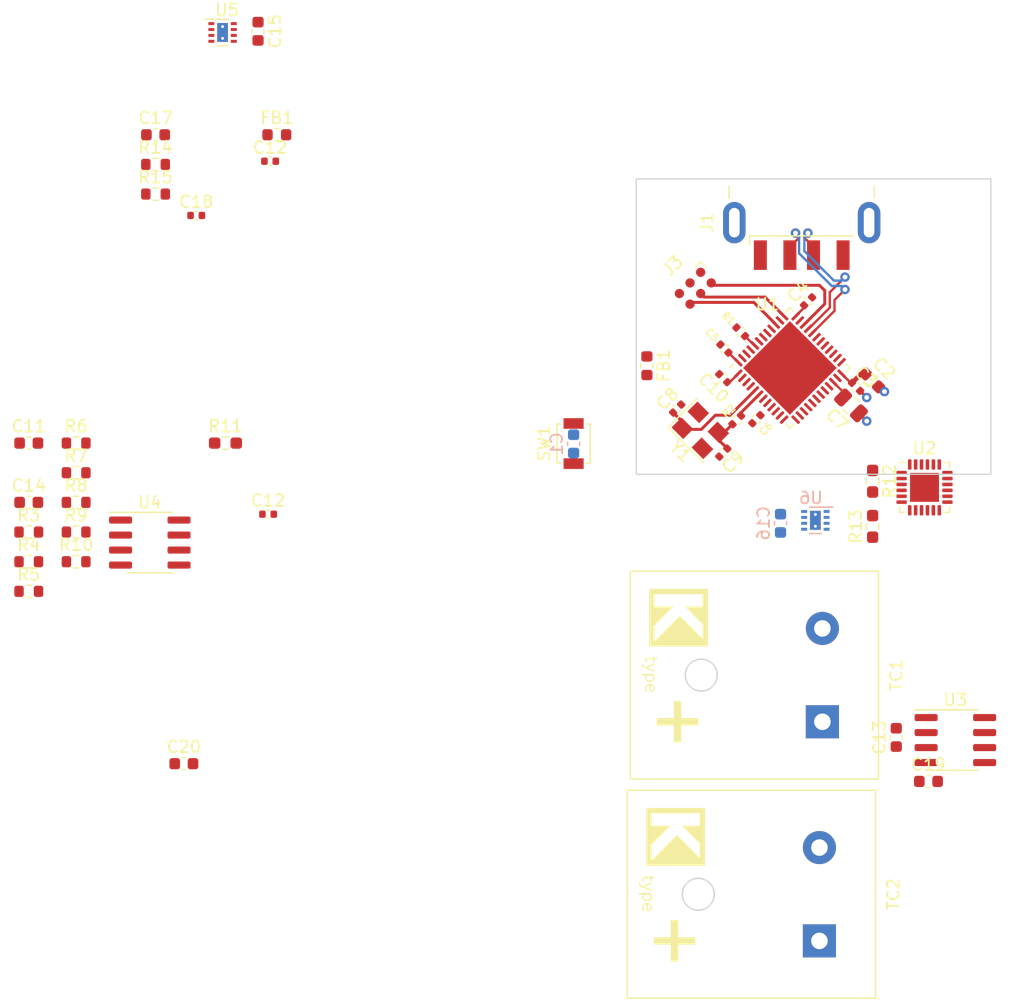
<source format=kicad_pcb>
(kicad_pcb (version 20221018) (generator pcbnew)
  (layers (0 "F.Cu" signal) (1 "In1.Cu" signal) (2 "In2.Cu" signal) (31 "B.Cu" signal) (34 "B.Paste" user) (35 "F.Paste" user) (36 "B.SilkS" user "B.Silkscreen") (37 "F.SilkS" user "F.Silkscreen") (38 "B.Mask" user) (39 "F.Mask" user) (44 "Edge.Cuts" user))
  (net 0 "")
  (net 1 "NRST")
  (net 2 "GND")
  (net 3 "VDD")
  (net 4 "VDDA")
  (net 5 "BOOT0")
  (net 6 "+3.3VA")
  (net 7 "Net-(U1-VCAP1)")
  (net 8 "Net-(U1-PH0)")
  (net 9 "+3.3V")
  (net 10 "Net-(TC1-+)")
  (net 11 "Net-(TC1--)")
  (net 12 "Net-(TC2-+)")
  (net 13 "Net-(TC2--)")
  (net 15 "I2C_SCL")
  (net 17 "Net-(U1-PH1)")
  (net 18 "Net-(J2-DAT2)")
  (net 19 "SDIO_CMD")
  (net 20 "SDIO_CD")
  (net 21 "SDIO_D0")
  (net 22 "Net-(U2-~{INT})")
  (net 23 "Net-(U2-~{RESET})")
  (net 24 "SPI_SCL")
  (net 25 "SPI_SDA")
  (net 26 "SPI_CS_TK0")
  (net 27 "SPI_CS_TK1")
  (net 41 "Net-(C9-Pad1)")
  (net 42 "D-")
  (net 43 "D+")
  (net 48 "SDIO_CK")
  (net 69 "I2C_SDA")
  (net 70 "Net-(U5-ALERT)")
  (net 71 "Net-(U6-ALERT)")
  (net 73 "SWDIO")
  (net 74 "SWCLK")
  (net 75 "SWO")
  (footprint "Capacitor_SMD:C_0402_1005Metric" (layer "F.Cu") (at 88.8525 98.38)
    (fp_text reference "C12" (at 0 -1.16) (layer "F.SilkS"))
    (fp_text value "100nF")
    (pad "1" smd roundrect (at -0.48 0) (size 0.56 0.62) (layers "F.Cu" "F.Paste" "F.Mask") (net 4 "VDDA"))
    (pad "2" smd roundrect (at 0.48 0) (size 0.56 0.62) (layers "F.Cu" "F.Paste" "F.Mask") (net 2 "GND"))
  )
  (footprint "Resistor_SMD:R_0603_1608Metric" (layer "F.Cu") (at 79.33 71.28)
    (fp_text reference "R15" (at 0 -1.43) (layer "F.SilkS"))
    (fp_text value "4.7k")
    (pad "1" smd roundrect (at -0.825 0) (size 0.8 0.95) (layers "F.Cu" "F.Paste" "F.Mask") (net 71 "Net-(U6-ALERT)"))
    (pad "2" smd roundrect (at 0.825 0) (size 0.8 0.95) (layers "F.Cu" "F.Paste" "F.Mask") (net 9 "+3.3V"))
  )
  (footprint "Capacitor_SMD:C_0402_1005Metric" (layer "F.Cu") (at 134.539411 80.360589 45)
    (fp_text reference "C4" (at 0 -1.16 45) (layer "F.SilkS"))
    (fp_text value "100nF")
    (pad "1" smd roundrect (at -0.48 0 45) (size 0.56 0.62) (layers "F.Cu" "F.Paste" "F.Mask") (net 3 "VDD"))
    (pad "2" smd roundrect (at 0.48 0 45) (size 0.56 0.62) (layers "F.Cu" "F.Paste" "F.Mask") (net 2 "GND"))
  )
  (footprint "Capacitor_SMD:C_0603_1608Metric" (layer "F.Cu") (at 68.6025 92.36)
    (fp_text reference "C11" (at 0 -1.43) (layer "F.SilkS"))
    (fp_text value "100nF")
    (pad "1" smd roundrect (at -0.775 0) (size 0.9 0.95) (layers "F.Cu" "F.Paste" "F.Mask") (net 9 "+3.3V"))
    (pad "2" smd roundrect (at 0.775 0) (size 0.9 0.95) (layers "F.Cu" "F.Paste" "F.Mask") (net 2 "GND"))
  )
  (footprint "Capacitor_SMD:C_0402_1005Metric" (layer "F.Cu") (at 127.360589 86.860589 135)
    (fp_text reference "C10" (at 0 -1.16 135) (layer "F.SilkS"))
    (fp_text value "100nF")
    (pad "1" smd roundrect (at -0.48 0 135) (size 0.56 0.62) (layers "F.Cu" "F.Paste" "F.Mask") (net 3 "VDD"))
    (pad "2" smd roundrect (at 0.48 0 135) (size 0.56 0.62) (layers "F.Cu" "F.Paste" "F.Mask") (net 2 "GND"))
  )
  (footprint "Capacitor_SMD:C_0402_1005Metric" (layer "F.Cu") (at 82.77 73.09)
    (fp_text reference "C18" (at 0 -1.16) (layer "F.SilkS"))
    (fp_text value "100nF")
    (pad "1" smd roundrect (at -0.48 0) (size 0.56 0.62) (layers "F.Cu" "F.Paste" "F.Mask") (net 3 "VDD"))
    (pad "2" smd roundrect (at 0.48 0) (size 0.56 0.62) (layers "F.Cu" "F.Paste" "F.Mask") (net 2 "GND"))
  )
  (footprint "Resistor_SMD:R_0603_1608Metric" (layer "F.Cu") (at 68.6025 99.89)
    (fp_text reference "R3" (at 0 -1.43) (layer "F.SilkS"))
    (fp_text value "50k")
    (pad "1" smd roundrect (at -0.825 0) (size 0.8 0.95) (layers "F.Cu" "F.Paste" "F.Mask") (net 9 "+3.3V"))
    (pad "2" smd roundrect (at 0.825 0) (size 0.8 0.95) (layers "F.Cu" "F.Paste" "F.Mask") (net 18 "Net-(J2-DAT2)"))
  )
  (footprint "Capacitor_SMD:C_0402_1005Metric" (layer "F.Cu") (at 89.02 68.5)
    (fp_text reference "C12" (at 0 -1.16) (layer "F.SilkS"))
    (fp_text value "100nF")
    (pad "1" smd roundrect (at -0.48 0) (size 0.56 0.62) (layers "F.Cu" "F.Paste" "F.Mask") (net 4 "VDDA"))
    (pad "2" smd roundrect (at 0.48 0) (size 0.56 0.62) (layers "F.Cu" "F.Paste" "F.Mask") (net 2 "GND"))
  )
  (footprint "Capacitor_SMD:C_0603_1608Metric" (layer "F.Cu") (at 139.951992 87.051992 -45)
    (fp_text reference "C2" (at 0 -1.43 135) (layer "F.SilkS"))
    (fp_text value "10uF")
    (pad "1" smd roundrect (at -0.775 0 315) (size 0.9 0.95) (layers "F.Cu" "F.Paste" "F.Mask") (net 3 "VDD"))
    (pad "2" smd roundrect (at 0.775 0 315) (size 0.9 0.95) (layers "F.Cu" "F.Paste" "F.Mask") (net 2 "GND"))
  )
  (footprint "Resistor_SMD:R_0603_1608Metric_Pad0.98x0.95mm_HandSolder" (layer "F.Cu") (at 140 95.5875 -90)
    (fp_text reference "R12" (at 0 -1.43 90) (layer "F.SilkS"))
    (fp_text value "4.7k")
    (pad "1" smd roundrect (at -0.9125 0 270) (size 0.975 0.95) (layers "F.Cu" "F.Paste" "F.Mask") (net 9 "+3.3V"))
    (pad "2" smd roundrect (at 0.9125 0 270) (size 0.975 0.95) (layers "F.Cu" "F.Paste" "F.Mask") (net 26 "SPI_CS_TK0"))
  )
  (footprint "Capacitor_SMD:C_0603_1608Metric" (layer "F.Cu") (at 142 117.275 90)
    (fp_text reference "C13" (at 0 -1.43 90) (layer "F.SilkS"))
    (fp_text value "10nF")
    (pad "1" smd roundrect (at -0.775 0 90) (size 0.9 0.95) (layers "F.Cu" "F.Paste" "F.Mask") (net 10 "Net-(TC1-+)"))
    (pad "2" smd roundrect (at 0.775 0 90) (size 0.9 0.95) (layers "F.Cu" "F.Paste" "F.Mask") (net 11 "Net-(TC1--)"))
  )
  (footprint "Resistor_SMD:R_0603_1608Metric" (layer "F.Cu") (at 72.6125 97.38)
    (fp_text reference "R8" (at 0 -1.43) (layer "F.SilkS"))
    (fp_text value "4.7k")
    (pad "1" smd roundrect (at -0.825 0) (size 0.8 0.95) (layers "F.Cu" "F.Paste" "F.Mask") (net 9 "+3.3V"))
    (pad "2" smd roundrect (at 0.825 0) (size 0.8 0.95) (layers "F.Cu" "F.Paste" "F.Mask") (net 22 "Net-(U2-~{INT})"))
  )
  (footprint "Capacitor_SMD:C_0805_2012Metric" (layer "F.Cu") (at 138.171751 89.171751 135)
    (fp_text reference "C7" (at 0 -1.68 135) (layer "F.SilkS"))
    (fp_text value "2.2uF")
    (pad "1" smd roundrect (at -0.95 0 135) (size 1 1.45) (layers "F.Cu" "F.Paste" "F.Mask") (net 2 "GND"))
    (pad "2" smd roundrect (at 0.95 0 135) (size 1 1.45) (layers "F.Cu" "F.Paste" "F.Mask") (net 7 "Net-(U1-VCAP1)"))
  )
  (footprint "Package_DFN_QFN:WQFN-24-1EP_4x4mm_P0.5mm_EP2.45x2.45mm" (layer "F.Cu") (at 144.39 96.11)
    (fp_text reference "U2" (at 0 -3.32) (layer "F.SilkS"))
    (fp_text value "PCAL6416")
    (pad "1" smd roundrect (at -1.9375 -1.25) (size 0.875 0.3) (layers "F.Cu" "F.Paste" "F.Mask") (net 22 "Net-(U2-~{INT})"))
    (pad "2" smd roundrect (at -1.9375 -0.75) (size 0.875 0.3) (layers "F.Cu" "F.Paste" "F.Mask") (net 9 "+3.3V"))
    (pad "3" smd roundrect (at -1.9375 -0.25) (size 0.875 0.3) (layers "F.Cu" "F.Paste" "F.Mask") (net 23 "Net-(U2-~{RESET})"))
    (pad "4" smd roundrect (at -1.9375 0.25) (size 0.875 0.3) (layers "F.Cu" "F.Paste" "F.Mask") (net 26 "SPI_CS_TK0"))
    (pad "5" smd roundrect (at -1.9375 0.75) (size 0.875 0.3) (layers "F.Cu" "F.Paste" "F.Mask") (net 27 "SPI_CS_TK1"))
    (pad "6" smd roundrect (at -1.9375 1.25) (size 0.875 0.3) (layers "F.Cu" "F.Paste" "F.Mask"))
    (pad "7" smd roundrect (at -1.25 1.9375) (size 0.3 0.875) (layers "F.Cu" "F.Paste" "F.Mask"))
    (pad "8" smd roundrect (at -0.75 1.9375) (size 0.3 0.875) (layers "F.Cu" "F.Paste" "F.Mask"))
    (pad "9" smd roundrect (at -0.25 1.9375) (size 0.3 0.875) (layers "F.Cu" "F.Paste" "F.Mask"))
    (pad "10" smd roundrect (at 0.25 1.9375) (size 0.3 0.875) (layers "F.Cu" "F.Paste" "F.Mask"))
    (pad "11" smd roundrect (at 0.75 1.9375) (size 0.3 0.875) (layers "F.Cu" "F.Paste" "F.Mask"))
    (pad "12" smd roundrect (at 1.25 1.9375) (size 0.3 0.875) (layers "F.Cu" "F.Paste" "F.Mask") (net 2 "GND"))
    (pad "13" smd roundrect (at 1.9375 1.25) (size 0.875 0.3) (layers "F.Cu" "F.Paste" "F.Mask"))
    (pad "14" smd roundrect (at 1.9375 0.75) (size 0.875 0.3) (layers "F.Cu" "F.Paste" "F.Mask"))
    (pad "15" smd roundrect (at 1.9375 0.25) (size 0.875 0.3) (layers "F.Cu" "F.Paste" "F.Mask"))
    (pad "16" smd roundrect (at 1.9375 -0.25) (size 0.875 0.3) (layers "F.Cu" "F.Paste" "F.Mask"))
    (pad "17" smd roundrect (at 1.9375 -0.75) (size 0.875 0.3) (layers "F.Cu" "F.Paste" "F.Mask"))
    (pad "18" smd roundrect (at 1.9375 -1.25) (size 0.875 0.3) (layers "F.Cu" "F.Paste" "F.Mask"))
    (pad "19" smd roundrect (at 1.25 -1.9375) (size 0.3 0.875) (layers "F.Cu" "F.Paste" "F.Mask"))
    (pad "20" smd roundrect (at 0.75 -1.9375) (size 0.3 0.875) (layers "F.Cu" "F.Paste" "F.Mask"))
    (pad "21" smd roundrect (at 0.25 -1.9375) (size 0.3 0.875) (layers "F.Cu" "F.Paste" "F.Mask") (net 2 "GND"))
    (pad "22" smd roundrect (at -0.25 -1.9375) (size 0.3 0.875) (layers "F.Cu" "F.Paste" "F.Mask") (net 15 "I2C_SCL"))
    (pad "23" smd roundrect (at -0.75 -1.9375) (size 0.3 0.875) (layers "F.Cu" "F.Paste" "F.Mask") (net 69 "I2C_SDA"))
    (pad "24" smd roundrect (at -1.25 -1.9375) (size 0.3 0.875) (layers "F.Cu" "F.Paste" "F.Mask") (net 9 "+3.3V"))
    (pad "25" smd rect (at 0 0) (size 2.45 2.45) (layers "F.Cu" "F.Mask"))
  )
  (footprint "Capacitor_SMD:C_0402_1005Metric" (layer "F.Cu") (at 138.6 87.6 -45)
    (fp_text reference "C3" (at 0 -1.16 135) (layer "F.SilkS"))
    (fp_text value "100nF")
    (pad "1" smd roundrect (at -0.48 0 315) (size 0.56 0.62) (layers "F.Cu" "F.Paste" "F.Mask") (net 3 "VDD"))
    (pad "2" smd roundrect (at 0.48 0 315) (size 0.56 0.62) (layers "F.Cu" "F.Paste" "F.Mask") (net 2 "GND"))
  )
  (footprint "Resistor_SMD:R_0603_1608Metric_Pad0.98x0.95mm_HandSolder" (layer "F.Cu") (at 85.2425 92.36)
    (fp_text reference "R11" (at 0 -1.43) (layer "F.SilkS"))
    (fp_text value "4.7k")
    (pad "1" smd roundrect (at -0.9125 0) (size 0.975 0.95) (layers "F.Cu" "F.Paste" "F.Mask") (net 9 "+3.3V"))
    (pad "2" smd roundrect (at 0.9125 0) (size 0.975 0.95) (layers "F.Cu" "F.Paste" "F.Mask") (net 69 "I2C_SDA"))
  )
  (footprint "Capacitor_SMD:C_0402_1005Metric" (layer "F.Cu") (at 127.363532 93.163532 -135)
    (fp_text reference "C9" (at 0 -1.16 45) (layer "F.SilkS"))
    (fp_text value "24pF")
    (pad "1" smd roundrect (at -0.48 0 225) (size 0.56 0.62) (layers "F.Cu" "F.Paste" "F.Mask") (net 41 "Net-(C9-Pad1)"))
    (pad "2" smd roundrect (at 0.48 0 225) (size 0.56 0.62) (layers "F.Cu" "F.Paste" "F.Mask") (net 2 "GND"))
  )
  (footprint "Capacitor_SMD:C_0603_1608Metric" (layer "F.Cu") (at 88 57.5 -90)
    (fp_text reference "C15" (at 0 -1.43 90) (layer "F.SilkS"))
    (fp_text value "10nF")
    (pad "1" smd roundrect (at -0.775 0 270) (size 0.9 0.95) (layers "F.Cu" "F.Paste" "F.Mask") (net 9 "+3.3V"))
    (pad "2" smd roundrect (at 0.775 0 270) (size 0.9 0.95) (layers "F.Cu" "F.Paste" "F.Mask") (net 2 "GND"))
  )
  (footprint "Capacitor_SMD:C_0603_1608Metric" (layer "F.Cu") (at 144.725 121)
    (fp_text reference "C19" (at 0 -1.43) (layer "F.SilkS"))
    (fp_text value "100nF")
    (pad "1" smd roundrect (at -0.775 0) (size 0.9 0.95) (layers "F.Cu" "F.Paste" "F.Mask") (net 9 "+3.3V"))
    (pad "2" smd roundrect (at 0.775 0) (size 0.9 0.95) (layers "F.Cu" "F.Paste" "F.Mask") (net 2 "GND"))
  )
  (footprint "Package_DFN_QFN:QFN-48-1EP_7x7mm_P0.5mm_EP5.6x5.6mm" (layer "F.Cu") (at 133 86 45)
    (fp_text reference "U1" (at 2.474874 -5.16188) (layer "F.SilkS"))
    (fp_text value "STM32F411CEUx")
    (pad "1" smd roundrect (at -3.4375 -2.75 45) (size 0.875 0.25) (layers "F.Cu" "F.Paste" "F.Mask") (net 9 "+3.3V"))
    (pad "2" smd roundrect (at -3.4375 -2.25 45) (size 0.875 0.25) (layers "F.Cu" "F.Paste" "F.Mask"))
    (pad "3" smd roundrect (at -3.4375 -1.75 45) (size 0.875 0.25) (layers "F.Cu" "F.Paste" "F.Mask"))
    (pad "4" smd roundrect (at -3.4375 -1.25 45) (size 0.875 0.25) (layers "F.Cu" "F.Paste" "F.Mask"))
    (pad "5" smd roundrect (at -3.4375 -0.75 45) (size 0.875 0.25) (layers "F.Cu" "F.Paste" "F.Mask") (net 8 "Net-(U1-PH0)"))
    (pad "6" smd roundrect (at -3.4375 -0.25 45) (size 0.875 0.25) (layers "F.Cu" "F.Paste" "F.Mask") (net 17 "Net-(U1-PH1)"))
    (pad "7" smd roundrect (at -3.4375 0.25 45) (size 0.875 0.25) (layers "F.Cu" "F.Paste" "F.Mask") (net 1 "NRST"))
    (pad "8" smd roundrect (at -3.4375 0.75 45) (size 0.875 0.25) (layers "F.Cu" "F.Paste" "F.Mask") (net 2 "GND"))
    (pad "9" smd roundrect (at -3.4375 1.25 45) (size 0.875 0.25) (layers "F.Cu" "F.Paste" "F.Mask") (net 6 "+3.3VA"))
    (pad "10" smd roundrect (at -3.4375 1.75 45) (size 0.875 0.25) (layers "F.Cu" "F.Paste" "F.Mask"))
    (pad "11" smd roundrect (at -3.4375 2.25 45) (size 0.875 0.25) (layers "F.Cu" "F.Paste" "F.Mask"))
    (pad "12" smd roundrect (at -3.4375 2.75 45) (size 0.875 0.25) (layers "F.Cu" "F.Paste" "F.Mask"))
    (pad "13" smd roundrect (at -2.75 3.4375 45) (size 0.25 0.875) (layers "F.Cu" "F.Paste" "F.Mask"))
    (pad "14" smd roundrect (at -2.25 3.4375 45) (size 0.25 0.875) (layers "F.Cu" "F.Paste" "F.Mask"))
    (pad "15" smd roundrect (at -1.75 3.4375 45) (size 0.25 0.875) (layers "F.Cu" "F.Paste" "F.Mask"))
    (pad "16" smd roundrect (at -1.25 3.4375 45) (size 0.25 0.875) (layers "F.Cu" "F.Paste" "F.Mask") (net 19 "SDIO_CMD"))
    (pad "17" smd roundrect (at -0.75 3.4375 45) (size 0.25 0.875) (layers "F.Cu" "F.Paste" "F.Mask"))
    (pad "18" smd roundrect (at -0.25 3.4375 45) (size 0.25 0.875) (layers "F.Cu" "F.Paste" "F.Mask"))
    (pad "19" smd roundrect (at 0.25 3.4375 45) (size 0.25 0.875) (layers "F.Cu" "F.Paste" "F.Mask"))
    (pad "20" smd roundrect (at 0.75 3.4375 45) (size 0.25 0.875) (layers "F.Cu" "F.Paste" "F.Mask"))
    (pad "21" smd roundrect (at 1.25 3.4375 45) (size 0.25 0.875) (layers "F.Cu" "F.Paste" "F.Mask"))
    (pad "22" smd roundrect (at 1.75 3.4375 45) (size 0.25 0.875) (layers "F.Cu" "F.Paste" "F.Mask") (net 7 "Net-(U1-VCAP1)"))
    (pad "23" smd roundrect (at 2.25 3.4375 45) (size 0.25 0.875) (layers "F.Cu" "F.Paste" "F.Mask") (net 2 "GND"))
    (pad "24" smd roundrect (at 2.75 3.4375 45) (size 0.25 0.875) (layers "F.Cu" "F.Paste" "F.Mask") (net 9 "+3.3V"))
    (pad "25" smd roundrect (at 3.4375 2.75 45) (size 0.875 0.25) (layers "F.Cu" "F.Paste" "F.Mask"))
    (pad "26" smd roundrect (at 3.4375 2.25 45) (size 0.875 0.25) (layers "F.Cu" "F.Paste" "F.Mask"))
    (pad "27" smd roundrect (at 3.4375 1.75 45) (size 0.875 0.25) (layers "F.Cu" "F.Paste" "F.Mask"))
    (pad "28" smd roundrect (at 3.4375 1.25 45) (size 0.875 0.25) (layers "F.Cu" "F.Paste" "F.Mask") (net 48 "SDIO_CK"))
    (pad "29" smd roundrect (at 3.4375 0.75 45) (size 0.875 0.25) (layers "F.Cu" "F.Paste" "F.Mask"))
    (pad "30" smd roundrect (at 3.4375 0.25 45) (size 0.875 0.25) (layers "F.Cu" "F.Paste" "F.Mask"))
    (pad "31" smd roundrect (at 3.4375 -0.25 45) (size 0.875 0.25) (layers "F.Cu" "F.Paste" "F.Mask"))
    (pad "32" smd roundrect (at 3.4375 -0.75 45) (size 0.875 0.25) (layers "F.Cu" "F.Paste" "F.Mask") (net 42 "D-"))
    (pad "33" smd roundrect (at 3.4375 -1.25 45) (size 0.875 0.25) (layers "F.Cu" "F.Paste" "F.Mask") (net 43 "D+"))
    (pad "34" smd roundrect (at 3.4375 -1.75 45) (size 0.875 0.25) (layers "F.Cu" "F.Paste" "F.Mask") (net 73 "SWDIO"))
    (pad "35" smd roundrect (at 3.4375 -2.25 45) (size 0.875 0.25) (layers "F.Cu" "F.Paste" "F.Mask") (net 2 "GND"))
    (pad "36" smd roundrect (at 3.4375 -2.75 45) (size 0.875 0.25) (layers "F.Cu" "F.Paste" "F.Mask") (net 9 "+3.3V"))
    (pad "37" smd roundrect (at 2.75 -3.4375 45) (size 0.25 0.875) (layers "F.Cu" "F.Paste" "F.Mask") (net 74 "SWCLK"))
    (pad "38" smd roundrect (at 2.25 -3.4375 45) (size 0.25 0.875) (layers "F.Cu" "F.Paste" "F.Mask"))
    (pad "39" smd roundrect (at 1.75 -3.4375 45) (size 0.25 0.875) (layers "F.Cu" "F.Paste" "F.Mask") (net 75 "SWO"))
    (pad "40" smd roundrect (at 1.25 -3.4375 45) (size 0.25 0.875) (layers "F.Cu" "F.Paste" "F.Mask"))
    (pad "41" smd roundrect (at 0.75 -3.4375 45) (size 0.25 0.875) (layers "F.Cu" "F.Paste" "F.Mask") (net 20 "SDIO_CD"))
    (pad "42" smd roundrect (at 0.25 -3.4375 45) (size 0.25 0.875) (layers "F.Cu" "F.Paste" "F.Mask"))
    (pad "43" smd roundrect (at -0.25 -3.4375 45) (size 0.25 0.875) (layers "F.Cu" "F.Paste" "F.Mask") (net 21 "SDIO_D0"))
    (pad "44" smd roundrect (at -0.75 -3.4375 45) (size 0.25 0.875) (layers "F.Cu" "F.Paste" "F.Mask") (net 5 "BOOT0"))
    (pad "45" smd roundrect (at -1.25 -3.4375 45) (size 0.25 0.875) (layers "F.Cu" "F.Paste" "F.Mask") (net 15 "I2C_SCL"))
    (pad "46" smd roundrect (at -1.75 -3.4375 45) (size 0.25 0.875) (layers "F.Cu" "F.Paste" "F.Mask") (net 69 "I2C_SDA"))
    (pad "47" smd roundrect (at -2.25 -3.4375 45) (size 0.25 0.875) (layers "F.Cu" "F.Paste" "F.Mask") (net 2 "GND"))
    (pad "48" smd roundrect (at -2.75 -3.4375 45) (size 0.25 0.875) (layers "F.Cu" "F.Paste" "F.Mask") (net 9 "+3.3V"))
    (pad "49" smd rect (at 0 0 45) (size 5.6 5.6) (layers "F.Cu" "F.Mask") (net 2 "GND"))
  )
  (footprint "Package_SON:WSON-8-1EP_2x2mm_P0.5mm_EP0.9x1.6mm_ThermalVias" (layer "F.Cu") (at 85 57.6)
    (fp_text reference "U5" (at 0.38 -1.9) (layer "F.SilkS"))
    (fp_text value "TMP1075DSG")
    (pad "1" smd rect (at -0.95 -0.75) (size 0.5 0.25) (layers "F.Cu" "F.Paste" "F.Mask") (net 69 "I2C_SDA"))
    (pad "2" smd rect (at -0.95 -0.25) (size 0.5 0.25) (layers "F.Cu" "F.Paste" "F.Mask") (net 15 "I2C_SCL"))
    (pad "3" smd rect (at -0.95 0.25) (size 0.5 0.25) (layers "F.Cu" "F.Paste" "F.Mask") (net 70 "Net-(U5-ALERT)"))
    (pad "4" smd rect (at -0.95 0.75) (size 0.5 0.25) (layers "F.Cu" "F.Paste" "F.Mask") (net 2 "GND"))
    (pad "5" smd rect (at 0.95 0.75) (size 0.5 0.25) (layers "F.Cu" "F.Paste" "F.Mask") (net 2 "GND"))
    (pad "6" smd rect (at 0.95 0.25) (size 0.5 0.25) (layers "F.Cu" "F.Paste" "F.Mask") (net 2 "GND"))
    (pad "7" smd rect (at 0.95 -0.25) (size 0.5 0.25) (layers "F.Cu" "F.Paste" "F.Mask") (net 2 "GND"))
    (pad "8" smd rect (at 0.95 -0.75) (size 0.5 0.25) (layers "F.Cu" "F.Paste" "F.Mask") (net 9 "+3.3V"))
    (pad "9" thru_hole circle (at 0 -0.5) (size 0.6 0.6) (drill 0.25) (layers "*.Cu") (net 2 "GND"))
    (pad "9" smd rect (at 0 0) (size 0.9 1.6) (layers "F.Cu" "F.Mask") (net 2 "GND"))
    (pad "9" smd rect (at 0 0) (size 0.9 1.6) (layers "B.Cu") (net 2 "GND"))
    (pad "9" thru_hole circle (at 0 0.5) (size 0.6 0.6) (drill 0.25) (layers "*.Cu") (net 2 "GND"))
  )
  (footprint "Package_SO:SOIC-8_3.9x4.9mm_P1.27mm" (layer "F.Cu") (at 147 117.5)
    (fp_text reference "U3" (at 0 -3.4) (layer "F.SilkS"))
    (fp_text value "MAX31855KASA")
    (pad "1" smd roundrect (at -2.475 -1.905) (size 1.95 0.6) (layers "F.Cu" "F.Paste" "F.Mask") (net 2 "GND"))
    (pad "2" smd roundrect (at -2.475 -0.635) (size 1.95 0.6) (layers "F.Cu" "F.Paste" "F.Mask") (net 11 "Net-(TC1--)"))
    (pad "3" smd roundrect (at -2.475 0.635) (size 1.95 0.6) (layers "F.Cu" "F.Paste" "F.Mask") (net 10 "Net-(TC1-+)"))
    (pad "4" smd roundrect (at -2.475 1.905) (size 1.95 0.6) (layers "F.Cu" "F.Paste" "F.Mask") (net 9 "+3.3V"))
    (pad "5" smd roundrect (at 2.475 1.905) (size 1.95 0.6) (layers "F.Cu" "F.Paste" "F.Mask") (net 24 "SPI_SCL"))
    (pad "6" smd roundrect (at 2.475 0.635) (size 1.95 0.6) (layers "F.Cu" "F.Paste" "F.Mask") (net 26 "SPI_CS_TK0"))
    (pad "7" smd roundrect (at 2.475 -0.635) (size 1.95 0.6) (layers "F.Cu" "F.Paste" "F.Mask") (net 25 "SPI_SDA"))
    (pad "8" smd roundrect (at 2.475 -1.905) (size 1.95 0.6) (layers "F.Cu" "F.Paste" "F.Mask"))
  )
  (footprint "Connector_USB:USB_A_CNCTech_1001-011-01101_Horizontal" (layer "F.Cu") (at 134 66.8 90)
    (fp_text reference "J1" (at -6.9 -8 90) (layer "F.SilkS"))
    (fp_text value "USB_A")
    (pad "" np_thru_hole circle (at -6.9 -2.3 90) (size 1.1 1.1) (drill 1.1) (layers "*.Cu" "*.Mask"))
    (pad "" np_thru_hole circle (at -6.9 2.3 90) (size 1.1 1.1) (drill 1.1) (layers "*.Cu" "*.Mask"))
    (pad "1" smd rect (at -9.65 -3.5 90) (size 2.5 1.1) (layers "F.Cu" "F.Paste" "F.Mask"))
    (pad "2" smd rect (at -9.65 -1 90) (size 2.5 1.1) (layers "F.Cu" "F.Paste" "F.Mask") (net 42 "D-"))
    (pad "3" smd rect (at -9.65 1 90) (size 2.5 1.1) (layers "F.Cu" "F.Paste" "F.Mask") (net 43 "D+"))
    (pad "4" smd rect (at -9.65 3.5 90) (size 2.5 1.1) (layers "F.Cu" "F.Paste" "F.Mask") (net 2 "GND"))
    (pad "5" thru_hole oval (at -6.9 -5.7 90) (size 3.5 1.9) (drill oval 2.5 0.9) (layers "*.Cu" "*.Mask"))
    (pad "5" thru_hole oval (at -6.9 5.7 90) (size 3.5 1.9) (drill oval 2.5 0.9) (layers "*.Cu" "*.Mask"))
  )
  (footprint "Resistor_SMD:R_0603_1608Metric" (layer "F.Cu") (at 72.6125 102.4)
    (fp_text reference "R10" (at 0 -1.43) (layer "F.SilkS"))
    (fp_text value "4.7k")
    (pad "1" smd roundrect (at -0.825 0) (size 0.8 0.95) (layers "F.Cu" "F.Paste" "F.Mask") (net 9 "+3.3V"))
    (pad "2" smd roundrect (at 0.825 0) (size 0.8 0.95) (layers "F.Cu" "F.Paste" "F.Mask") (net 15 "I2C_SCL"))
  )
  (footprint "Capacitor_SMD:C_0402_1005Metric" (layer "F.Cu") (at 123.460589 89.439411 45)
    (fp_text reference "C8" (at 0 -1.16 45) (layer "F.SilkS"))
    (fp_text value "24pF")
    (pad "1" smd roundrect (at -0.48 0 45) (size 0.56 0.62) (layers "F.Cu" "F.Paste" "F.Mask") (net 8 "Net-(U1-PH0)"))
    (pad "2" smd roundrect (at 0.48 0 45) (size 0.56 0.62) (layers "F.Cu" "F.Paste" "F.Mask") (net 2 "GND"))
  )
  (footprint "Resistor_SMD:R_0402_1005Metric" (layer "F.Cu") (at 128.839376 82.939376 135)
    (fp_text reference "R1" (at 1.54061 0.070711 135) (layer "F.SilkS") (effects (font (size 0.6 0.6) (thickness 0.12))))
    (fp_text value "100k")
    (pad "1" smd roundrect (at -0.51 0 135) (size 0.54 0.64) (layers "F.Cu" "F.Paste" "F.Mask") (net 5 "BOOT0"))
    (pad "2" smd roundrect (at 0.51 0 135) (size 0.54 0.64) (layers "F.Cu" "F.Paste" "F.Mask") (net 2 "GND"))
  )
  (footprint "Button_Switch_SMD:SW_SPST_B3U-1000P" (layer "F.Cu") (at 114.7 92.4 90)
    (fp_text reference "SW1" (at 0 -2.5 90) (layer "F.SilkS"))
    (fp_text value "SW_Push")
    (pad "1" smd rect (at -1.7 0 90) (size 0.9 1.7) (layers "F.Cu" "F.Paste" "F.Mask") (net 2 "GND"))
    (pad "2" smd rect (at 1.7 0 90) (size 0.9 1.7) (layers "F.Cu" "F.Paste" "F.Mask") (net 1 "NRST"))
  )
  (footprint "Capacitor_SMD:C_0402_1005Metric" (layer "F.Cu") (at 127.460589 84.360589 135)
    (fp_text reference "C5" (at 1.57061 0.070711 315) (layer "F.SilkS") (effects (font (size 0.6 0.6) (thickness 0.12))))
    (fp_text value "100nF")
    (pad "1" smd roundrect (at -0.48 0 135) (size 0.56 0.62) (layers "F.Cu" "F.Paste" "F.Mask") (net 3 "VDD"))
    (pad "2" smd roundrect (at 0.48 0 135) (size 0.56 0.62) (layers "F.Cu" "F.Paste" "F.Mask") (net 2 "GND"))
  )
  (footprint "Capacitor_SMD:C_0603_1608Metric" (layer "F.Cu") (at 68.6025 97.38)
    (fp_text reference "C14" (at 0 -1.43) (layer "F.SilkS"))
    (fp_text value "10nF")
    (pad "1" smd roundrect (at -0.775 0) (size 0.9 0.95) (layers "F.Cu" "F.Paste" "F.Mask") (net 12 "Net-(TC2-+)"))
    (pad "2" smd roundrect (at 0.775 0) (size 0.9 0.95) (layers "F.Cu" "F.Paste" "F.Mask") (net 13 "Net-(TC2--)"))
  )
  (footprint "ATL:K_Thermocouple_Generic" (layer "F.Cu") (at 129.75 130.55 90)
    (fp_text reference "TC2" (at 0 12 90 unlocked) (layer "F.SilkS"))
    (fp_text value "Thermocouple_1")
    (fp_text user "K" (at 5.2 -6.8 270 unlocked) (layer "F.SilkS" knockout) (effects (font (size 4 4) (thickness 0.4) bold)))
    (fp_text user "+" (at -3.95 -6.4 90 unlocked) (layer "F.SilkS") (effects (font (size 4 4) (thickness 0.6) bold)))
    (fp_text user "type" (at 1.6 -9.4 270 unlocked) (layer "F.SilkS") (effects (justify left bottom)))
    (fp_circle (center 0 -4.5) (end 1.35 -4.5) (stroke (width 0.12)) (fill none) (layer "Edge.Cuts"))
    (pad "1" thru_hole rect (at -3.95 5.75 90) (size 2.8 2.8) (drill 1.4) (layers "*.Cu" "*.Mask") (net 12 "Net-(TC2-+)"))
    (pad "2" thru_hole circle (at 3.95 5.75 90) (size 2.8 2.8) (drill 1.4) (layers "*.Cu" "*.Mask") (net 13 "Net-(TC2--)"))
  )
  (footprint "Inductor_SMD:L_0603_1608Metric" (layer "F.Cu") (at 89.59 66.26)
    (fp_text reference "FB1" (at 0 -1.43) (layer "F.SilkS"))
    (fp_text value "100R")
    (pad "1" smd roundrect (at -0.7875 0) (size 0.875 0.95) (layers "F.Cu" "F.Paste" "F.Mask") (net 9 "+3.3V"))
    (pad "2" smd roundrect (at 0.7875 0) (size 0.875 0.95) (layers "F.Cu" "F.Paste" "F.Mask") (net 6 "+3.3VA"))
  )
  (footprint "Connector:Tag-Connect_TC2030-IDC-NL_2x03_P1.27mm_Vertical" (layer "F.Cu") (at 125 79.25 -135)
    (fp_text reference "J3" (at 0 2.7 45) (layer "F.SilkS"))
    (fp_text value "TC2030")
    (pad "" np_thru_hole circle (at -2.54 0 225) (size 0.9906 0.9906) (drill 0.9906) (layers "*.Cu" "*.Mask"))
    (pad "" np_thru_hole circle (at 2.54 -1.016 225) (size 0.9906 0.9906) (drill 0.9906) (layers "*.Cu" "*.Mask"))
    (pad "" np_thru_hole circle (at 2.54 1.016 225) (size 0.9906 0.9906) (drill 0.9906) (layers "*.Cu" "*.Mask"))
    (pad "1" connect circle (at -1.27 0.635 225) (size 0.7874 0.7874) (layers "F.Cu" "F.Mask"))
    (pad "2" connect circle (at -1.27 -0.635 225) (size 0.7874 0.7874) (layers "F.Cu" "F.Mask") (net 73 "SWDIO"))
    (pad "3" connect circle (at 0 0.635 225) (size 0.7874 0.7874) (layers "F.Cu" "F.Mask") (net 1 "NRST"))
    (pad "4" connect circle (at 0 -0.635 225) (size 0.7874 0.7874) (layers "F.Cu" "F.Mask") (net 74 "SWCLK"))
    (pad "5" connect circle (at 1.27 0.635 225) (size 0.7874 0.7874) (layers "F.Cu" "F.Mask") (net 2 "GND"))
    (pad "6" connect circle (at 1.27 -0.635 225) (size 0.7874 0.7874) (layers "F.Cu" "F.Mask") (net 75 "SWO"))
  )
  (footprint "Capacitor_SMD:C_0402_1005Metric" (layer "F.Cu") (at 130.160589 90.339411 -135)
    (fp_text reference "C6" (at 0 -1.16 45) (layer "F.SilkS") (effects (font (size 0.6 0.6) (thickness 0.12))))
    (fp_text value "100nF")
    (pad "1" smd roundrect (at -0.48 0 225) (size 0.56 0.62) (layers "F.Cu" "F.Paste" "F.Mask") (net 6 "+3.3VA"))
    (pad "2" smd roundrect (at 0.48 0 225) (size 0.56 0.62) (layers "F.Cu" "F.Paste" "F.Mask") (net 2 "GND"))
  )
  (footprint "Resistor_SMD:R_0603_1608Metric" (layer "F.Cu") (at 68.6025 104.91)
    (fp_text reference "R5" (at 0 -1.43) (layer "F.SilkS"))
    (fp_text value "270k")
    (pad "1" smd roundrect (at -0.825 0) (size 0.8 0.95) (layers "F.Cu" "F.Paste" "F.Mask") (net 20 "SDIO_CD"))
    (pad "2" smd roundrect (at 0.825 0) (size 0.8 0.95) (layers "F.Cu" "F.Paste" "F.Mask") (net 2 "GND"))
  )
  (footprint "Capacitor_SMD:C_0603_1608Metric" (layer "F.Cu") (at 81.725 119.5)
    (fp_text reference "C20" (at 0 -1.43) (layer "F.SilkS"))
    (fp_text value "100nF")
    (pad "1" smd roundrect (at -0.775 0) (size 0.9 0.95) (layers "F.Cu" "F.Paste" "F.Mask") (net 9 "+3.3V"))
    (pad "2" smd roundrect (at 0.775 0) (size 0.9 0.95) (layers "F.Cu" "F.Paste" "F.Mask") (net 2 "GND"))
  )
  (footprint "ATL:K_Thermocouple_Generic" (layer "F.Cu") (at 130 112 90)
    (fp_text reference "TC1" (at 0 12 90 unlocked) (layer "F.SilkS"))
    (fp_text value "Thermocouple_0")
    (fp_text user "+" (at -3.95 -6.4 90 unlocked) (layer "F.SilkS") (effects (font (size 4 4) (thickness 0.6) bold)))
    (fp_text user "type" (at 1.6 -9.4 270 unlocked) (layer "F.SilkS") (effects (justify left bottom)))
    (fp_text user "K" (at 5.2 -6.8 270 unlocked) (layer "F.SilkS" knockout) (effects (font (size 4 4) (thickness 0.4) bold)))
    (fp_circle (center 0 -4.5) (end 1.35 -4.5) (stroke (width 0.12)) (fill none) (layer "Edge.Cuts"))
    (pad "1" thru_hole rect (at -3.95 5.75 90) (size 2.8 2.8) (drill 1.4) (layers "*.Cu" "*.Mask") (net 10 "Net-(TC1-+)"))
    (pad "2" thru_hole circle (at 3.95 5.75 90) (size 2.8 2.8) (drill 1.4) (layers "*.Cu" "*.Mask") (net 11 "Net-(TC1--)"))
  )
  (footprint "Inductor_SMD:L_0603_1608Metric" (layer "F.Cu") (at 120.9 85.8125 -90)
    (fp_text reference "FB1" (at 0 -1.43 90) (layer "F.SilkS"))
    (fp_text value "100R")
    (pad "1" smd roundrect (at -0.7875 0 270) (size 0.875 0.95) (layers "F.Cu" "F.Paste" "F.Mask") (net 9 "+3.3V"))
    (pad "2" smd roundrect (at 0.7875 0 270) (size 0.875 0.95) (layers "F.Cu" "F.Paste" "F.Mask") (net 6 "+3.3VA"))
  )
  (footprint "Resistor_SMD:R_0402_1005Metric" (layer "F.Cu") (at 128.5 90.4 -135)
    (fp_text reference "R2" (at -0.055686 0.989949 45) (layer "F.SilkS") (effects (font (size 0.6 0.6) (thickness 0.12))))
    (fp_text value "R_Small_US")
    (pad "1" smd roundrect (at -0.51 0 225) (size 0.54 0.64) (layers "F.Cu" "F.Paste" "F.Mask") (net 17 "Net-(U1-PH1)"))
    (pad "2" smd roundrect (at 0.51 0 225) (size 0.54 0.64) (layers "F.Cu" "F.Paste" "F.Mask") (net 41 "Net-(C9-Pad1)"))
  )
  (footprint "Capacitor_SMD:C_0603_1608Metric" (layer "F.Cu") (at 79.33 66.26)
    (fp_text reference "C17" (at 0 -1.43) (layer "F.SilkS"))
    (fp_text value "10uF")
    (pad "1" smd roundrect (at -0.775 0) (size 0.9 0.95) (layers "F.Cu" "F.Paste" "F.Mask") (net 3 "VDD"))
    (pad "2" smd roundrect (at 0.775 0) (size 0.9 0.95) (layers "F.Cu" "F.Paste" "F.Mask") (net 2 "GND"))
  )
  (footprint "Resistor_SMD:R_0603_1608Metric" (layer "F.Cu") (at 72.6125 92.36)
    (fp_text reference "R6" (at 0 -1.43) (layer "F.SilkS"))
    (fp_text value "50k")
    (pad "1" smd roundrect (at -0.825 0) (size 0.8 0.95) (layers "F.Cu" "F.Paste" "F.Mask") (net 9 "+3.3V"))
    (pad "2" smd roundrect (at 0.825 0) (size 0.8 0.95) (layers "F.Cu" "F.Paste" "F.Mask") (net 21 "SDIO_D0"))
  )
  (footprint "Crystal:Crystal_SMD_SeikoEpson_FA238V-4Pin_3.2x2.5mm" (layer "F.Cu") (at 125.423223 91.27972 -45)
    (fp_text reference "Y1" (at 0.072792 2.444112 -45) (layer "F.SilkS"))
    (fp_text value "25Mhz")
    (pad "1" smd rect (at -1.2 0.95 315) (size 1.4 1.2) (layers "F.Cu" "F.Paste" "F.Mask") (net 8 "Net-(U1-PH0)"))
    (pad "2" smd rect (at 1.2 0.95 315) (size 1.4 1.2) (layers "F.Cu" "F.Paste" "F.Mask") (net 2 "GND"))
    (pad "3" smd rect (at 1.2 -0.95 315) (size 1.4 1.2) (layers "F.Cu" "F.Paste" "F.Mask") (net 41 "Net-(C9-Pad1)"))
    (pad "4" smd rect (at -1.2 -0.95 315) (size 1.4 1.2) (layers "F.Cu" "F.Paste" "F.Mask") (net 2 "GND"))
  )
  (footprint "Package_SO:SOIC-8_3.9x4.9mm_P1.27mm" (layer "F.Cu") (at 78.8425 100.78)
    (fp_text reference "U4" (at 0 -3.4) (layer "F.SilkS"))
    (fp_text value "MAX31855KASA")
    (pad "1" smd roundrect (at -2.475 -1.905) (size 1.95 0.6) (layers "F.Cu" "F.Paste" "F.Mask") (net 2 "GND"))
    (pad "2" smd roundrect (at -2.475 -0.635) (size 1.95 0.6) (layers "F.Cu" "F.Paste" "F.Mask") (net 13 "Net-(TC2--)"))
    (pad "3" smd roundrect (at -2.475 0.635) (size 1.95 0.6) (layers "F.Cu" "F.Paste" "F.Mask") (net 12 "Net-(TC2-+)"))
    (pad "4" smd roundrect (at -2.475 1.905) (size 1.95 0.6) (layers "F.Cu" "F.Paste" "F.Mask") (net 9 "+3.3V"))
    (pad "5" smd roundrect (at 2.475 1.905) (size 1.95 0.6) (layers "F.Cu" "F.Paste" "F.Mask") (net 24 "SPI_SCL"))
    (pad "6" smd roundrect (at 2.475 0.635) (size 1.95 0.6) (layers "F.Cu" "F.Paste" "F.Mask") (net 27 "SPI_CS_TK1"))
    (pad "7" smd roundrect (at 2.475 -0.635) (size 1.95 0.6) (layers "F.Cu" "F.Paste" "F.Mask") (net 25 "SPI_SDA"))
    (pad "8" smd roundrect (at 2.475 -1.905) (size 1.95 0.6) (layers "F.Cu" "F.Paste" "F.Mask"))
  )
  (footprint "Resistor_SMD:R_0603_1608Metric_Pad0.98x0.95mm_HandSolder" (layer "F.Cu") (at 140 99.4125 90)
    (fp_text reference "R13" (at 0 -1.43 90) (layer "F.SilkS"))
    (fp_text value "4.7k")
    (pad "1" smd roundrect (at -0.9125 0 90) (size 0.975 0.95) (layers "F.Cu" "F.Paste" "F.Mask") (net 9 "+3.3V"))
    (pad "2" smd roundrect (at 0.9125 0 90) (size 0.975 0.95) (layers "F.Cu" "F.Paste" "F.Mask") (net 27 "SPI_CS_TK1"))
  )
  (footprint "Resistor_SMD:R_0603_1608Metric" (layer "F.Cu") (at 79.33 68.77)
    (fp_text reference "R14" (at 0 -1.43) (layer "F.SilkS"))
    (fp_text value "4.7k")
    (pad "1" smd roundrect (at -0.825 0) (size 0.8 0.95) (layers "F.Cu" "F.Paste" "F.Mask") (net 70 "Net-(U5-ALERT)"))
    (pad "2" smd roundrect (at 0.825 0) (size 0.8 0.95) (layers "F.Cu" "F.Paste" "F.Mask") (net 9 "+3.3V"))
  )
  (footprint "Resistor_SMD:R_0603_1608Metric" (layer "F.Cu") (at 68.6025 102.4)
    (fp_text reference "R4" (at 0 -1.43) (layer "F.SilkS"))
    (fp_text value "50k")
    (pad "1" smd roundrect (at -0.825 0) (size 0.8 0.95) (layers "F.Cu" "F.Paste" "F.Mask") (net 9 "+3.3V"))
    (pad "2" smd roundrect (at 0.825 0) (size 0.8 0.95) (layers "F.Cu" "F.Paste" "F.Mask") (net 19 "SDIO_CMD"))
  )
  (footprint "Resistor_SMD:R_0603_1608Metric" (layer "F.Cu") (at 72.6125 99.89)
    (fp_text reference "R9" (at 0 -1.43) (layer "F.SilkS"))
    (fp_text value "4.7k")
    (pad "1" smd roundrect (at -0.825 0) (size 0.8 0.95) (layers "F.Cu" "F.Paste" "F.Mask") (net 9 "+3.3V"))
    (pad "2" smd roundrect (at 0.825 0) (size 0.8 0.95) (layers "F.Cu" "F.Paste" "F.Mask") (net 23 "Net-(U2-~{RESET})"))
  )
  (footprint "Resistor_SMD:R_0603_1608Metric" (layer "F.Cu") (at 72.6125 94.87)
    (fp_text reference "R7" (at 0 -1.43) (layer "F.SilkS"))
    (fp_text value "50k")
    (pad "1" smd roundrect (at -0.825 0) (size 0.8 0.95) (layers "F.Cu" "F.Paste" "F.Mask") (net 9 "+3.3V"))
    (pad "2" smd roundrect (at 0.825 0) (size 0.8 0.95) (layers "F.Cu" "F.Paste" "F.Mask") (net 21 "SDIO_D0"))
  )
  (footprint "Package_SON:WSON-8-1EP_2x2mm_P0.5mm_EP0.9x1.6mm_ThermalVias" (layer "B.Cu") (at 135.156666 98.9 180)
    (fp_text reference "U6" (at 0.38 1.9) (layer "B.SilkS") (effects (justify mirror)))
    (fp_text value "TMP1075DSG")
    (pad "1" smd rect (at -0.95 0.75 180) (size 0.5 0.25) (layers "B.Cu" "B.Paste" "B.Mask") (net 69 "I2C_SDA"))
    (pad "2" smd rect (at -0.95 0.25 180) (size 0.5 0.25) (layers "B.Cu" "B.Paste" "B.Mask") (net 15 "I2C_SCL"))
    (pad "3" smd rect (at -0.95 -0.25 180) (size 0.5 0.25) (layers "B.Cu" "B.Paste" "B.Mask") (net 71 "Net-(U6-ALERT)"))
    (pad "4" smd rect (at -0.95 -0.75 180) (size 0.5 0.25) (layers "B.Cu" "B.Paste" "B.Mask") (net 2 "GND"))
    (pad "5" smd rect (at 0.95 -0.75 180) (size 0.5 0.25) (layers "B.Cu" "B.Paste" "B.Mask") (net 2 "GND"))
    (pad "6" smd rect (at 0.95 -0.25 180) (size 0.5 0.25) (layers "B.Cu" "B.Paste" "B.Mask") (net 2 "GND"))
    (pad "7" smd rect (at 0.95 0.25 180) (size 0.5 0.25) (layers "B.Cu" "B.Paste" "B.Mask") (net 9 "+3.3V"))
    (pad "8" smd rect (at 0.95 0.75 180) (size 0.5 0.25) (layers "B.Cu" "B.Paste" "B.Mask") (net 9 "+3.3V"))
    (pad "9" thru_hole circle (at 0 -0.5 180) (size 0.6 0.6) (drill 0.25) (layers "*.Cu") (net 2 "GND"))
    (pad "9" smd rect (at 0 0 180) (size 0.9 1.6) (layers "F.Cu") (net 2 "GND"))
    (pad "9" smd rect (at 0 0 180) (size 0.9 1.6) (layers "B.Cu" "B.Mask") (net 2 "GND"))
    (pad "9" thru_hole circle (at 0 0.5 180) (size 0.6 0.6) (drill 0.25) (layers "*.Cu") (net 2 "GND"))
  )
  (footprint "Capacitor_SMD:C_0603_1608Metric" (layer "B.Cu") (at 114.7 92.425001 -90)
    (fp_text reference "C1" (at 0 1.43 90) (layer "B.SilkS") (effects (justify mirror)))
    (fp_text value "10uF")
    (pad "1" smd roundrect (at -0.775 0 270) (size 0.9 0.95) (layers "B.Cu" "B.Paste" "B.Mask") (net 1 "NRST"))
    (pad "2" smd roundrect (at 0.775 0 270) (size 0.9 0.95) (layers "B.Cu" "B.Paste" "B.Mask") (net 2 "GND"))
  )
  (footprint "Capacitor_SMD:C_0603_1608Metric" (layer "B.Cu") (at 132.206666 99.15 -90)
    (fp_text reference "C16" (at 0 1.43 90) (layer "B.SilkS") (effects (justify mirror)))
    (fp_text value "10nF")
    (pad "1" smd roundrect (at -0.775 0 270) (size 0.9 0.95) (layers "B.Cu" "B.Paste" "B.Mask") (net 9 "+3.3V"))
    (pad "2" smd roundrect (at 0.775 0 270) (size 0.9 0.95) (layers "B.Cu" "B.Paste" "B.Mask") (net 2 "GND"))
  )
  (gr_line (start 120 70) (end 120 95) (stroke (width 0.1)) (layer "Edge.Cuts"))
  (gr_line (start 120 95) (end 150 95) (stroke (width 0.1)) (layer "Edge.Cuts"))
  (gr_line (start 150 70) (end 120 70) (stroke (width 0.1)) (layer "Edge.Cuts"))
  (gr_line (start 150 95) (end 150 70) (stroke (width 0.1)) (layer "Edge.Cuts"))
  (segment (start 140.5 87.6) (end 140.6 87.6) (width 0.25) (layer "F.Cu") (net 2))
  (segment (start 140.6 87.6) (end 141 88) (width 0.25) (layer "F.Cu") (net 2))
  (segment (start 138.939411 87.939411) (end 139.5 88.5) (width 0.25) (layer "F.Cu") (net 2))
  (segment (start 138.843502 89.843502) (end 139.5 90.5) (width 0.25) (layer "F.Cu") (net 2))
  (via (at 139.5 90.5) (size 0.8) (drill 0.4) (layers "F.Cu" "B.Cu") (net 2))
  (via (at 141 88) (size 0.8) (drill 0.4) (layers "F.Cu" "B.Cu") (net 2))
  (via (at 139.5 88.5) (size 0.8) (drill 0.4) (layers "F.Cu" "B.Cu") (net 2))
  (segment (start 128.613864 85.513864) (end 127.8 84.7) (width 0.2) (layer "F.Cu") (net 3))
  (segment (start 134.2 80.9) (end 134.2 80.7) (width 0.2) (layer "F.Cu") (net 3))
  (segment (start 133.486136 81.613864) (end 134.2 80.9) (width 0.2) (layer "F.Cu") (net 3))
  (segment (start 138.149676 87.260589) (end 137.375223 86.486136) (width 0.2) (layer "F.Cu") (net 3))
  (segment (start 127.7 87.2) (end 127.910913 87.2) (width 0.2) (layer "F.Cu") (net 3))
  (segment (start 133.486136 81.624777) (end 133.486136 81.613864) (width 0.2) (layer "F.Cu") (net 3))
  (segment (start 127.910913 87.2) (end 128.624777 86.486136) (width 0.2) (layer "F.Cu") (net 3))
  (segment (start 139.017194 86.503984) (end 138.260589 87.260589) (width 0.4) (layer "F.Cu") (net 3))
  (segment (start 128.624777 85.513864) (end 128.613864 85.513864) (width 0.2) (layer "F.Cu") (net 3))
  (segment (start 138.260589 87.260589) (end 138.149676 87.260589) (width 0.2) (layer "F.Cu") (net 3))
  (segment (start 139.403984 86.503984) (end 139.017194 86.503984) (width 0.4) (layer "F.Cu") (net 3))
  (segment (start 129.999651 84.099651) (end 129.2 83.3) (width 0.2) (layer "F.Cu") (net 5))
  (segment (start 130.03899 84.099651) (end 129.999651 84.099651) (width 0.2) (layer "F.Cu") (net 5))
  (segment (start 137.5 88.5) (end 137.5 88.025127) (width 0.2) (layer "F.Cu") (net 7))
  (segment (start 137.5 88.025127) (end 136.668116 87.193243) (width 0.2) (layer "F.Cu") (net 7))
  (segment (start 124 91.2) (end 123.902943 91.102943) (width 0.25) (layer "F.Cu") (net 8))
  (segment (start 123.902943 91.102943) (end 123.902943 90.560587) (width 0.25) (layer "F.Cu") (net 8))
  (segment (start 123.902943 90.560587) (end 123.121178 89.778822) (width 0.25) (layer "F.Cu") (net 8))
  (segment (start 127.939339 90) (end 126.7 90) (width 0.25) (layer "F.Cu") (net 8))
  (segment (start 125.5 91.2) (end 124 91.2) (width 0.25) (layer "F.Cu") (net 8))
  (segment (start 126.7 90) (end 125.5 91.2) (width 0.25) (layer "F.Cu") (net 8))
  (segment (start 130.03899 87.900349) (end 127.939339 90) (width 0.25) (layer "F.Cu") (net 8))
  (segment (start 128.860624 90.039376) (end 128.860624 89.785823) (width 0.25) (layer "F.Cu") (net 17))
  (segment (start 128.860624 89.785823) (end 130.392544 88.253903) (width 0.25) (layer "F.Cu") (net 17))
  (segment (start 127.443503 91.456497) (end 128.139376 90.760624) (width 0.25) (layer "F.Cu") (net 41))
  (segment (start 126.943503 91.456497) (end 126.943503 92.064681) (width 0.25) (layer "F.Cu") (net 41))
  (segment (start 126.943503 91.456497) (end 127.443503 91.456497) (width 0.25) (layer "F.Cu") (net 41))
  (segment (start 126.943503 92.064681) (end 127.702943 92.824121) (width 0.25) (layer "F.Cu") (net 41))
  (segment (start 133.775 74.975) (end 133.774999 74.878514) (width 0.2) (layer "F.Cu") (net 42))
  (segment (start 136.775 80.246961) (end 136.775 81.164339) (width 0.2) (layer "F.Cu") (net 42))
  (segment (start 136.775 81.164339) (end 134.900349 83.03899) (width 0.2) (layer "F.Cu") (net 42))
  (segment (start 133 75.75) (end 133.775 74.975) (width 0.2) (layer "F.Cu") (net 42))
  (segment (start 133.774999 74.878514) (end 133.475 74.578515) (width 0.2) (layer "F.Cu") (net 42))
  (segment (start 133 76.45) (end 133 75.75) (width 0.2) (layer "F.Cu") (net 42))
  (segment (start 137.66386 79.358101) (end 136.775 80.246961) (width 0.2) (layer "F.Cu") (net 42))
  (via (at 133.475 74.578515) (size 0.8) (drill 0.4) (layers "F.Cu" "B.Cu") (net 42))
  (via (at 137.66386 79.358101) (size 0.8) (drill 0.4) (layers "F.Cu" "B.Cu") (net 42))
  (segment (start 133.475 74.578515) (end 133.774999 74.878514) (width 0.2) (layer "B.Cu") (net 42))
  (segment (start 136.539902 79.058102) (end 137.363861 79.058102) (width 0.2) (layer "B.Cu") (net 42))
  (segment (start 133.774999 76.293199) (end 136.539902 79.058102) (width 0.2) (layer "B.Cu") (net 42))
  (segment (start 133.774999 74.878514) (end 133.774999 76.293199) (width 0.2) (layer "B.Cu") (net 42))
  (segment (start 137.363861 79.058102) (end 137.66386 79.358101) (width 0.2) (layer "B.Cu") (net 42))
  (segment (start 137.66386 78.308101) (end 136.375 79.596961) (width 0.2) (layer "F.Cu") (net 43))
  (segment (start 135 75.75) (end 134.225 74.975) (width 0.2) (layer "F.Cu") (net 43))
  (segment (start 135 76.45) (end 135 75.75) (width 0.2) (layer "F.Cu") (net 43))
  (segment (start 134.58215 82.685437) (end 134.546796 82.685437) (width 0.2) (layer "F.Cu") (net 43))
  (segment (start 136.375 79.596961) (end 136.375 80.892587) (width 0.2) (layer "F.Cu") (net 43))
  (segment (start 136.375 80.892587) (end 134.58215 82.685437) (width 0.2) (layer "F.Cu") (net 43))
  (segment (start 134.225 74.975) (end 134.225001 74.878514) (width 0.2) (layer "F.Cu") (net 43))
  (segment (start 134.225001 74.878514) (end 134.525 74.578515) (width 0.2) (layer "F.Cu") (net 43))
  (via (at 137.66386 78.308101) (size 0.8) (drill 0.4) (layers "F.Cu" "B.Cu") (net 43))
  (via (at 134.525 74.578515) (size 0.8) (drill 0.4) (layers "F.Cu" "B.Cu") (net 43))
  (segment (start 134.225001 74.878514) (end 134.225001 76.106801) (width 0.2) (layer "B.Cu") (net 43))
  (segment (start 136.7263 78.6081) (end 137.363861 78.6081) (width 0.2) (layer "B.Cu") (net 43))
  (segment (start 137.363861 78.6081) (end 137.66386 78.308101) (width 0.2) (layer "B.Cu") (net 43))
  (segment (start 134.225001 76.106801) (end 136.7263 78.6081) (width 0.2) (layer "B.Cu") (net 43))
  (segment (start 134.525 74.578515) (end 134.225001 74.878514) (width 0.2) (layer "B.Cu") (net 43))
  (segment (start 134.193243 82.331884) (end 135.95 80.575127) (width 0.25) (layer "F.Cu") (net 73))
  (segment (start 126.444076 79) (end 126.347038 78.902962) (width 0.25) (layer "F.Cu") (net 73))
  (segment (start 135.95 79.45) (end 135.5 79) (width 0.25) (layer "F.Cu") (net 73))
  (segment (start 135.5 79) (end 126.444076 79) (width 0.25) (layer "F.Cu") (net 73))
  (segment (start 126.347038 78.902962) (end 126.347038 78.800987) (width 0.25) (layer "F.Cu") (net 73))
  (segment (start 135.95 80.575127) (end 135.95 79.45) (width 0.25) (layer "F.Cu") (net 73))
  (segment (start 125.75 80) (end 130.889087 80) (width 0.25) (layer "F.Cu") (net 74))
  (segment (start 125.449013 79.699013) (end 125.75 80) (width 0.25) (layer "F.Cu") (net 74))
  (segment (start 130.889087 80) (end 132.513864 81.624777) (width 0.25) (layer "F.Cu") (net 74))
  (segment (start 124.550987 80.597038) (end 124.698025 80.45) (width 0.25) (layer "F.Cu") (net 75))
  (segment (start 124.698025 80.45) (end 129.95 80.45) (width 0.25) (layer "F.Cu") (net 75))
  (segment (start 129.95 80.45) (end 131.75 82.25) (width 0.25) (layer "F.Cu") (net 75))
)
</source>
